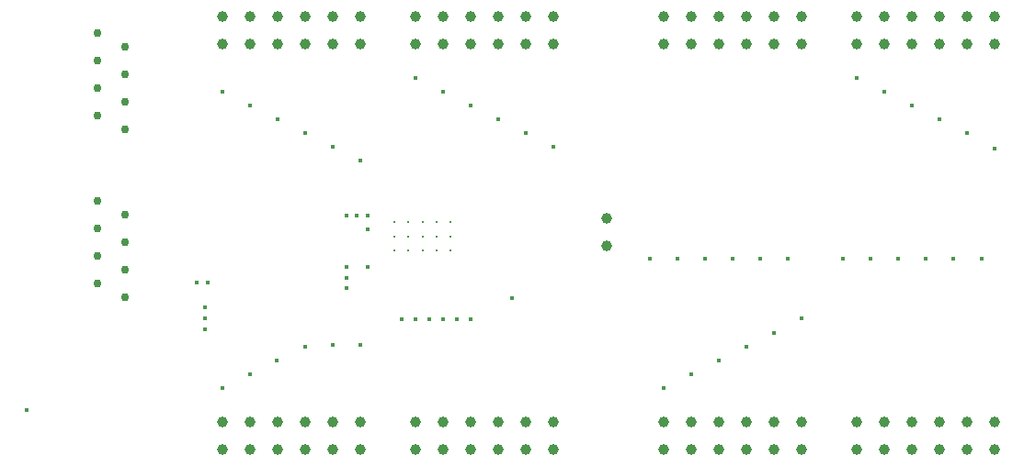
<source format=gbr>
%TF.GenerationSoftware,KiCad,Pcbnew,8.0.2*%
%TF.CreationDate,2025-01-02T13:01:15+01:00*%
%TF.ProjectId,test,74657374-2e6b-4696-9361-645f70636258,rev?*%
%TF.SameCoordinates,Original*%
%TF.FileFunction,Plated,1,2,PTH,Drill*%
%TF.FilePolarity,Positive*%
%FSLAX46Y46*%
G04 Gerber Fmt 4.6, Leading zero omitted, Abs format (unit mm)*
G04 Created by KiCad (PCBNEW 8.0.2) date 2025-01-02 13:01:15*
%MOMM*%
%LPD*%
G01*
G04 APERTURE LIST*
%TA.AperFunction,ComponentDrill*%
%ADD10C,0.300000*%
%TD*%
%TA.AperFunction,ViaDrill*%
%ADD11C,0.400000*%
%TD*%
%TA.AperFunction,ComponentDrill*%
%ADD12C,0.760000*%
%TD*%
%TA.AperFunction,ComponentDrill*%
%ADD13C,1.000000*%
%TD*%
G04 APERTURE END LIST*
D10*
%TO.C,U3*%
X133925000Y-90140000D03*
X133925000Y-91440000D03*
X133925000Y-92740000D03*
X135225000Y-90140000D03*
X135225000Y-91440000D03*
X135225000Y-92740000D03*
X136525000Y-90140000D03*
X136525000Y-91440000D03*
X136525000Y-92740000D03*
X137825000Y-90140000D03*
X137825000Y-91440000D03*
X137825000Y-92740000D03*
X139125000Y-90140000D03*
X139125000Y-91440000D03*
X139125000Y-92740000D03*
%TD*%
D11*
X100065000Y-107500000D03*
X115750000Y-95750000D03*
X116500000Y-98000000D03*
X116500000Y-99000000D03*
X116500000Y-100000000D03*
X116750000Y-95750000D03*
X118110000Y-78105000D03*
X118110000Y-105410000D03*
X120650000Y-79375000D03*
X120650000Y-104140000D03*
X123115000Y-102907500D03*
X123190000Y-80645000D03*
X125730000Y-81915000D03*
X125730000Y-101600000D03*
X128270000Y-83185000D03*
X128270000Y-101500000D03*
X129500000Y-89535000D03*
X129500000Y-94250000D03*
X129500000Y-95250000D03*
X129500000Y-96250000D03*
X130500000Y-89535000D03*
X130810000Y-84455000D03*
X130810000Y-101500000D03*
X131465000Y-89535000D03*
X131500000Y-90805000D03*
X131500000Y-94250000D03*
X134620000Y-99060000D03*
X135890000Y-76835000D03*
X135890000Y-99060000D03*
X137160000Y-99060000D03*
X138430000Y-78105000D03*
X138430000Y-99060000D03*
X139700000Y-99060000D03*
X140970000Y-79375000D03*
X140970000Y-99060000D03*
X143510000Y-80645000D03*
X144780000Y-97155000D03*
X146050000Y-81915000D03*
X148590000Y-83185000D03*
X157480000Y-93500000D03*
X158750000Y-105410000D03*
X160020000Y-93500000D03*
X161290000Y-104140000D03*
X162560000Y-93500000D03*
X163830000Y-102870000D03*
X165100000Y-93500000D03*
X166370000Y-101600000D03*
X167640000Y-93500000D03*
X168910000Y-100330000D03*
X170180000Y-93500000D03*
X171450000Y-99022500D03*
X175260000Y-93500000D03*
X176530000Y-76835000D03*
X177800000Y-93500000D03*
X179070000Y-78105000D03*
X180340000Y-93500000D03*
X181610000Y-79375000D03*
X182880000Y-93500000D03*
X184150000Y-80645000D03*
X185420000Y-93500000D03*
X186690000Y-81915000D03*
X188000000Y-93500000D03*
X189230000Y-83312000D03*
D12*
%TO.C,J1*%
X106600000Y-72717500D03*
X106600000Y-75257500D03*
X106600000Y-77797500D03*
X106600000Y-80337500D03*
%TO.C,J2*%
X106600000Y-88217500D03*
X106600000Y-90757500D03*
X106600000Y-93297500D03*
X106600000Y-95837500D03*
%TO.C,J1*%
X109140000Y-73987500D03*
X109140000Y-76527500D03*
X109140000Y-79067500D03*
X109140000Y-81607500D03*
%TO.C,J2*%
X109140000Y-89487500D03*
X109140000Y-92027500D03*
X109140000Y-94567500D03*
X109140000Y-97107500D03*
D13*
%TO.C,J4*%
X118110000Y-71125000D03*
X118110000Y-73665000D03*
%TO.C,J8*%
X118110000Y-108580000D03*
X118110000Y-111120000D03*
%TO.C,J4*%
X120650000Y-71125000D03*
X120650000Y-73665000D03*
%TO.C,J8*%
X120650000Y-108580000D03*
X120650000Y-111120000D03*
%TO.C,J4*%
X123190000Y-71125000D03*
X123190000Y-73665000D03*
%TO.C,J8*%
X123190000Y-108580000D03*
X123190000Y-111120000D03*
%TO.C,J4*%
X125730000Y-71125000D03*
X125730000Y-73665000D03*
%TO.C,J8*%
X125730000Y-108580000D03*
X125730000Y-111120000D03*
%TO.C,J4*%
X128270000Y-71125000D03*
X128270000Y-73665000D03*
%TO.C,J8*%
X128270000Y-108580000D03*
X128270000Y-111120000D03*
%TO.C,J4*%
X130810000Y-71125000D03*
X130810000Y-73665000D03*
%TO.C,J8*%
X130810000Y-108580000D03*
X130810000Y-111120000D03*
%TO.C,J5*%
X135890000Y-71125000D03*
X135890000Y-73665000D03*
%TO.C,J9*%
X135890000Y-108580000D03*
X135890000Y-111120000D03*
%TO.C,J5*%
X138430000Y-71125000D03*
X138430000Y-73665000D03*
%TO.C,J9*%
X138430000Y-108580000D03*
X138430000Y-111120000D03*
%TO.C,J5*%
X140970000Y-71125000D03*
X140970000Y-73665000D03*
%TO.C,J9*%
X140970000Y-108580000D03*
X140970000Y-111120000D03*
%TO.C,J5*%
X143510000Y-71125000D03*
X143510000Y-73665000D03*
%TO.C,J9*%
X143510000Y-108580000D03*
X143510000Y-111120000D03*
%TO.C,J5*%
X146050000Y-71125000D03*
X146050000Y-73665000D03*
%TO.C,J9*%
X146050000Y-108580000D03*
X146050000Y-111120000D03*
%TO.C,J5*%
X148590000Y-71125000D03*
X148590000Y-73665000D03*
%TO.C,J9*%
X148590000Y-108580000D03*
X148590000Y-111120000D03*
%TO.C,J3*%
X153525000Y-89750000D03*
X153525000Y-92290000D03*
%TO.C,J6*%
X158750000Y-71125000D03*
X158750000Y-73665000D03*
%TO.C,J10*%
X158750000Y-108580000D03*
X158750000Y-111120000D03*
%TO.C,J6*%
X161290000Y-71125000D03*
X161290000Y-73665000D03*
%TO.C,J10*%
X161290000Y-108580000D03*
X161290000Y-111120000D03*
%TO.C,J6*%
X163830000Y-71125000D03*
X163830000Y-73665000D03*
%TO.C,J10*%
X163830000Y-108580000D03*
X163830000Y-111120000D03*
%TO.C,J6*%
X166370000Y-71125000D03*
X166370000Y-73665000D03*
%TO.C,J10*%
X166370000Y-108580000D03*
X166370000Y-111120000D03*
%TO.C,J6*%
X168910000Y-71125000D03*
X168910000Y-73665000D03*
%TO.C,J10*%
X168910000Y-108580000D03*
X168910000Y-111120000D03*
%TO.C,J6*%
X171450000Y-71125000D03*
X171450000Y-73665000D03*
%TO.C,J10*%
X171450000Y-108580000D03*
X171450000Y-111120000D03*
%TO.C,J7*%
X176530000Y-71125000D03*
X176530000Y-73665000D03*
%TO.C,J11*%
X176530000Y-108580000D03*
X176530000Y-111120000D03*
%TO.C,J7*%
X179070000Y-71125000D03*
X179070000Y-73665000D03*
%TO.C,J11*%
X179070000Y-108580000D03*
X179070000Y-111120000D03*
%TO.C,J7*%
X181610000Y-71125000D03*
X181610000Y-73665000D03*
%TO.C,J11*%
X181610000Y-108580000D03*
X181610000Y-111120000D03*
%TO.C,J7*%
X184150000Y-71125000D03*
X184150000Y-73665000D03*
%TO.C,J11*%
X184150000Y-108580000D03*
X184150000Y-111120000D03*
%TO.C,J7*%
X186690000Y-71125000D03*
X186690000Y-73665000D03*
%TO.C,J11*%
X186690000Y-108580000D03*
X186690000Y-111120000D03*
%TO.C,J7*%
X189230000Y-71125000D03*
X189230000Y-73665000D03*
%TO.C,J11*%
X189230000Y-108580000D03*
X189230000Y-111120000D03*
M02*

</source>
